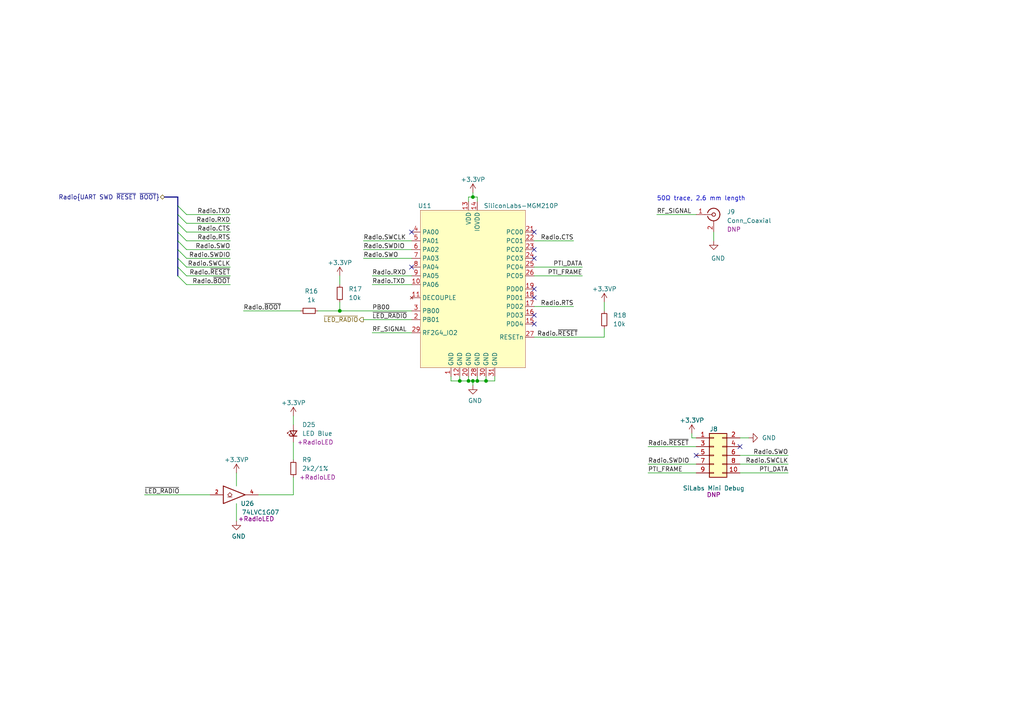
<source format=kicad_sch>
(kicad_sch (version 20211123) (generator eeschema)
  (paper "A4")
  (title_block (title "802.15.4 Radio (Zigbee/Thread)") (date "2022-11-06") (rev "1.3b") (company "Nabu Casa") (comment 1 "www.nabucasa.com") (comment 2 "Yellow"))
  (lib_symbols
    (symbol "74xGxx:74LVC1G07" (pin_names (offset 1.016))
      (property "Reference" "U" (at -2.54 3.81 0))
      (property "Value" "74LVC1G07" (at 0 -3.81 0))
      (symbol "74LVC1G07_0_1"
        (polyline (pts (xy -2.54 -0.635) (xy -1.27 -0.635)))
        (polyline (pts (xy -3.81 2.54) (xy -3.81 -2.54) (xy 2.54 0) (xy -3.81 2.54)) (stroke (width 0.254)))
        (polyline (pts (xy -1.905 0.635) (xy -2.54 0) (xy -1.905 -0.635) (xy -1.27 0) (xy -1.905 0.635)))
      )
      (symbol "74LVC1G07_1_1"
        (pin input line (at -7.62 0 0) (length 3.81) (name "~") (number "2"))
        (pin power_in line (at 0 -2.54 270) (length 0) hide (name "GND") (number "3"))
        (pin open_collector line (at 6.35 0 180) (length 3.81) (name "~") (number "4"))
        (pin power_in line (at 0 2.54 90) (length 0) hide (name "VCC") (number "5"))
      )
    )
    (symbol "Connector:Conn_Coaxial" (pin_names (offset 1.016) hide)
      (property "Reference" "J" (at 0.254 3.048 0))
      (property "Value" "Conn_Coaxial" (at 2.921 0 90))
      (symbol "Conn_Coaxial_0_1"
        (arc (start -1.778 -0.508) (mid 0.222 -1.808) (end 1.778 0) (stroke (width 0.254)))
        (polyline (pts (xy -2.54 0) (xy -0.508 0)))
        (polyline (pts (xy 0 -2.54) (xy 0 -1.778)))
        (circle (center 0 0) (radius 0.508) (stroke (width 0.2032)))
        (arc (start 1.778 0) (mid 0.222 1.8083) (end -1.778 0.508) (stroke (width 0.254)))
      )
      (symbol "Conn_Coaxial_1_1"
        (pin passive line (at -5.08 0 0) (length 2.54) (name "In") (number "1"))
        (pin passive line (at 0 -5.08 90) (length 2.54) (name "Ext") (number "2"))
      )
    )
    (symbol "Connector_Generic:Conn_02x05_Odd_Even" (pin_names (offset 1.016) hide)
      (property "Reference" "J" (at 1.27 7.62 0))
      (property "Value" "Conn_02x05_Odd_Even" (at 1.27 -7.62 0))
      (symbol "Conn_02x05_Odd_Even_1_1"
        (rectangle (start -1.27 -4.953) (end 0 -5.207) (stroke (width 0.1524)))
        (rectangle (start -1.27 -2.413) (end 0 -2.667) (stroke (width 0.1524)))
        (rectangle (start -1.27 0.127) (end 0 -0.127) (stroke (width 0.1524)))
        (rectangle (start -1.27 2.667) (end 0 2.413) (stroke (width 0.1524)))
        (rectangle (start -1.27 5.207) (end 0 4.953) (stroke (width 0.1524)))
        (rectangle (start -1.27 6.35) (end 3.81 -6.35) (stroke (width 0.254)) (fill (type background)))
        (rectangle (start 3.81 -4.953) (end 2.54 -5.207) (stroke (width 0.1524)))
        (rectangle (start 3.81 -2.413) (end 2.54 -2.667) (stroke (width 0.1524)))
        (rectangle (start 3.81 0.127) (end 2.54 -0.127) (stroke (width 0.1524)))
        (rectangle (start 3.81 2.667) (end 2.54 2.413) (stroke (width 0.1524)))
        (rectangle (start 3.81 5.207) (end 2.54 4.953) (stroke (width 0.1524)))
        (pin passive line (at -5.08 5.08 0) (length 3.81) (name "Pin_1") (number "1"))
        (pin passive line (at 7.62 -5.08 180) (length 3.81) (name "Pin_10") (number "10"))
        (pin passive line (at 7.62 5.08 180) (length 3.81) (name "Pin_2") (number "2"))
        (pin passive line (at -5.08 2.54 0) (length 3.81) (name "Pin_3") (number "3"))
        (pin passive line (at 7.62 2.54 180) (length 3.81) (name "Pin_4") (number "4"))
        (pin passive line (at -5.08 0 0) (length 3.81) (name "Pin_5") (number "5"))
        (pin passive line (at 7.62 0 180) (length 3.81) (name "Pin_6") (number "6"))
        (pin passive line (at -5.08 -2.54 0) (length 3.81) (name "Pin_7") (number "7"))
        (pin passive line (at 7.62 -2.54 180) (length 3.81) (name "Pin_8") (number "8"))
        (pin passive line (at -5.08 -5.08 0) (length 3.81) (name "Pin_9") (number "9"))
      )
    )
    (symbol "Device:LED_Small" (pin_numbers hide) (pin_names (offset 0.254) hide)
      (property "Reference" "D" (at -1.27 3.175 0))
      (property "Value" "LED_Small" (at -4.445 -2.54 0))
      (symbol "LED_Small_0_1"
        (polyline (pts (xy -0.762 -1.016) (xy -0.762 1.016)) (stroke (width 0.254)))
        (polyline (pts (xy 1.016 0) (xy -0.762 0)))
        (polyline (pts (xy 0.762 -1.016) (xy -0.762 0) (xy 0.762 1.016) (xy 0.762 -1.016)) (stroke (width 0.254)))
        (polyline (pts (xy 0 0.762) (xy -0.508 1.27) (xy -0.254 1.27) (xy -0.508 1.27) (xy -0.508 1.016)))
        (polyline (pts (xy 0.508 1.27) (xy 0 1.778) (xy 0.254 1.778) (xy 0 1.778) (xy 0 1.524)))
      )
      (symbol "LED_Small_1_1"
        (pin passive line (at -2.54 0 0) (length 1.778) (name "K") (number "1"))
        (pin passive line (at 2.54 0 180) (length 1.778) (name "A") (number "2"))
      )
    )
    (symbol "Device:R_Small" (pin_numbers hide) (pin_names (offset 0.254) hide)
      (property "Reference" "R" (at 0.762 0.508 0))
      (property "Value" "R_Small" (at 0.762 -1.016 0))
      (symbol "R_Small_0_1"
        (rectangle (start -0.762 1.778) (end 0.762 -1.778) (stroke (width 0.2032)))
      )
      (symbol "R_Small_1_1"
        (pin passive line (at 0 2.54 270) (length 0.762) (name "~") (number "1"))
        (pin passive line (at 0 -2.54 90) (length 0.762) (name "~") (number "2"))
      )
    )
    (symbol "Yellow:SiliconLabs-MGM210P"
      (property "Reference" "U" (at -13.97 24.13 0))
      (property "Value" "SiliconLabs-MGM210P" (at 19.05 -25.4 0))
      (symbol "SiliconLabs-MGM210P_0_1"
        (rectangle (start -15.24 22.86) (end 15.24 -22.86) (stroke (width 0.001)) (fill (type background)))
      )
      (symbol "SiliconLabs-MGM210P_1_1"
        (pin power_in line (at -6.35 -25.4 90) (length 2.54) (name "GND") (number "1"))
        (pin bidirectional line (at -17.78 1.27 0) (length 2.54) (name "PA06") (number "10"))
        (pin no_connect line (at -17.78 -2.54 0) (length 2.54) (name "DECOUPLE") (number "11"))
        (pin power_in line (at -3.81 -25.4 90) (length 2.54) (name "GND") (number "12"))
        (pin power_in line (at -1.27 25.4 270) (length 2.54) (name "VDD") (number "13"))
        (pin power_in line (at 1.27 25.4 270) (length 2.54) (name "IOVDD") (number "14"))
        (pin bidirectional line (at 17.78 -10.16 180) (length 2.54) (name "PD04") (number "15"))
        (pin bidirectional line (at 17.78 -7.62 180) (length 2.54) (name "PD03") (number "16"))
        (pin bidirectional line (at 17.78 -5.08 180) (length 2.54) (name "PD02") (number "17"))
        (pin bidirectional line (at 17.78 -2.54 180) (length 2.54) (name "PD01") (number "18"))
        (pin bidirectional line (at 17.78 0 180) (length 2.54) (name "PD00") (number "19"))
        (pin bidirectional line (at -17.78 -8.89 0) (length 2.54) (name "PB01") (number "2"))
        (pin power_in line (at -1.27 -25.4 90) (length 2.54) (name "GND") (number "20"))
        (pin bidirectional line (at 17.78 16.51 180) (length 2.54) (name "PC00") (number "21"))
        (pin bidirectional line (at 17.78 13.97 180) (length 2.54) (name "PC01") (number "22"))
        (pin bidirectional line (at 17.78 11.43 180) (length 2.54) (name "PC02") (number "23"))
        (pin bidirectional line (at 17.78 8.89 180) (length 2.54) (name "PC03") (number "24"))
        (pin bidirectional line (at 17.78 6.35 180) (length 2.54) (name "PC04") (number "25"))
        (pin bidirectional line (at 17.78 3.81 180) (length 2.54) (name "PC05") (number "26"))
        (pin bidirectional line (at 17.78 -13.97 180) (length 2.54) (name "RESETn") (number "27"))
        (pin power_in line (at 1.27 -25.4 90) (length 2.54) (name "GND") (number "28"))
        (pin input line (at -17.78 -12.7 0) (length 2.54) (name "RF2G4_IO2") (number "29"))
        (pin bidirectional line (at -17.78 -6.35 0) (length 2.54) (name "PB00") (number "3"))
        (pin power_in line (at 3.81 -25.4 90) (length 2.54) (name "GND") (number "30"))
        (pin power_in line (at 6.35 -25.4 90) (length 2.54) (name "GND") (number "31"))
        (pin bidirectional line (at -17.78 16.51 0) (length 2.54) (name "PA00") (number "4"))
        (pin bidirectional line (at -17.78 13.97 0) (length 2.54) (name "PA01") (number "5"))
        (pin bidirectional line (at -17.78 11.43 0) (length 2.54) (name "PA02") (number "6"))
        (pin bidirectional line (at -17.78 8.89 0) (length 2.54) (name "PA03") (number "7"))
        (pin bidirectional line (at -17.78 6.35 0) (length 2.54) (name "PA04") (number "8"))
        (pin bidirectional line (at -17.78 3.81 0) (length 2.54) (name "PA05") (number "9"))
      )
    )
    (symbol "power:+3.3VP" (power) (pin_names (offset 0))
      (property "Value" "+3.3VP" (at 0 2.54 0))
      (symbol "+3.3VP_0_0"
        (pin power_in line (at 0 0 90) (length 0) hide (name "+3.3VP") (number "1"))
      )
      (symbol "+3.3VP_0_1"
        (polyline (pts (xy -0.762 1.27) (xy 0 2.54)))
        (polyline (pts (xy 0 0) (xy 0 2.54)))
        (polyline (pts (xy 0 2.54) (xy 0.762 1.27)))
      )
    )
    (symbol "power:GND" (power) (pin_names (offset 0))
      (property "Value" "GND" (at 0 -3.81 0))
      (symbol "GND_0_1"
        (polyline (pts (xy 0 0) (xy 0 -1.27) (xy 1.27 -1.27) (xy 0 -2.54) (xy -1.27 -1.27) (xy 0 -1.27)))
      )
      (symbol "GND_1_1"
        (pin power_in line (at 0 0 270) (length 0) hide (name "GND") (number "1"))
      )
    )
  )
  (bus_alias "SWD" (members "SWDIO" "SWCLK" "SWO"))
  (junction (at 135.89 110.49) (diameter 0.9144))
  (junction (at 98.552 90.17) (diameter 0.9144))
  (junction (at 137.16 57.15) (diameter 0.9144))
  (junction (at 137.16 110.49) (diameter 0.9144))
  (junction (at 133.35 110.49) (diameter 0.9144))
  (junction (at 138.43 110.49) (diameter 0.9144))
  (junction (at 140.97 110.49) (diameter 0.9144))
  (no_connect (at 119.38 77.47))
  (no_connect (at 214.63 129.54))
  (no_connect (at 201.93 132.08))
  (no_connect (at 154.94 67.31))
  (no_connect (at 119.38 67.31))
  (no_connect (at 154.94 72.39))
  (no_connect (at 154.94 83.82))
  (no_connect (at 154.94 86.36))
  (no_connect (at 154.94 91.44))
  (no_connect (at 154.94 93.98))
  (no_connect (at 154.94 74.93))
  (bus_entry (at 51.562 72.39) (size 2.54 2.54) (stroke (width 0.1524)))
  (bus_entry (at 51.562 74.93) (size 2.54 2.54) (stroke (width 0.1524)))
  (bus_entry (at 51.562 69.85) (size 2.54 2.54) (stroke (width 0.1524)))
  (bus_entry (at 51.562 64.77) (size 2.54 2.54) (stroke (width 0.1524)))
  (bus_entry (at 51.562 80.01) (size 2.54 2.54) (stroke (width 0.1524)))
  (bus_entry (at 51.562 59.69) (size 2.54 2.54) (stroke (width 0.1524)))
  (bus_entry (at 51.562 77.47) (size 2.54 2.54) (stroke (width 0.1524)))
  (bus_entry (at 51.562 67.31) (size 2.54 2.54) (stroke (width 0.1524)))
  (bus_entry (at 51.562 62.23) (size 2.54 2.54) (stroke (width 0.1524)))
  (wire (pts (xy 74.93 143.51) (xy 85.09 143.51)))
  (wire (pts (xy 68.58 137.16) (xy 68.58 140.97)))
  (wire (pts (xy 98.552 90.17) (xy 119.38 90.17)))
  (wire (pts (xy 200.66 127) (xy 201.93 127)))
  (wire (pts (xy 138.43 110.49) (xy 138.43 109.22)))
  (wire (pts (xy 200.66 125.73) (xy 200.66 127)))
  (wire (pts (xy 135.89 109.22) (xy 135.89 110.49)))
  (wire (pts (xy 137.16 110.49) (xy 138.43 110.49)))
  (wire (pts (xy 41.91 143.51) (xy 60.96 143.51)))
  (wire (pts (xy 85.09 128.27) (xy 85.09 133.35)))
  (wire (pts (xy 137.16 57.15) (xy 138.43 57.15)))
  (wire (pts (xy 143.51 110.49) (xy 143.51 109.22)))
  (wire (pts (xy 54.102 74.93) (xy 66.802 74.93)))
  (wire (pts (xy 133.35 109.22) (xy 133.35 110.49)))
  (wire (pts (xy 187.96 129.54) (xy 201.93 129.54)))
  (wire (pts (xy 54.102 67.31) (xy 66.802 67.31)))
  (wire (pts (xy 137.16 57.15) (xy 135.89 57.15)))
  (wire (pts (xy 187.96 137.16) (xy 201.93 137.16)))
  (wire (pts (xy 175.26 87.63) (xy 175.26 90.17)))
  (wire (pts (xy 138.43 57.15) (xy 138.43 58.42)))
  (wire (pts (xy 107.95 80.01) (xy 119.38 80.01)))
  (wire (pts (xy 107.95 96.52) (xy 119.38 96.52)))
  (wire (pts (xy 105.41 69.85) (xy 119.38 69.85)))
  (wire (pts (xy 154.94 88.9) (xy 166.37 88.9)))
  (wire (pts (xy 137.16 111.76) (xy 137.16 110.49)))
  (wire (pts (xy 70.612 90.17) (xy 87.122 90.17)))
  (wire (pts (xy 135.89 57.15) (xy 135.89 58.42)))
  (wire (pts (xy 54.102 69.85) (xy 66.802 69.85)))
  (wire (pts (xy 138.43 110.49) (xy 140.97 110.49)))
  (bus (pts (xy 47.752 57.15) (xy 51.562 57.15)))
  (wire (pts (xy 105.41 72.39) (xy 119.38 72.39)))
  (wire (pts (xy 187.96 134.62) (xy 201.93 134.62)))
  (wire (pts (xy 54.102 77.47) (xy 66.802 77.47)))
  (wire (pts (xy 168.91 80.01) (xy 154.94 80.01)))
  (wire (pts (xy 54.102 80.01) (xy 66.802 80.01)))
  (wire (pts (xy 140.97 110.49) (xy 140.97 109.22)))
  (wire (pts (xy 85.09 120.65) (xy 85.09 123.19)))
  (wire (pts (xy 137.16 110.49) (xy 135.89 110.49)))
  (wire (pts (xy 137.16 55.88) (xy 137.16 57.15)))
  (wire (pts (xy 107.95 82.55) (xy 119.38 82.55)))
  (wire (pts (xy 54.102 64.77) (xy 66.802 64.77)))
  (wire (pts (xy 68.58 146.05) (xy 68.58 151.13)))
  (wire (pts (xy 105.41 74.93) (xy 119.38 74.93)))
  (wire (pts (xy 85.09 138.43) (xy 85.09 143.51)))
  (wire (pts (xy 130.81 110.49) (xy 130.81 109.22)))
  (wire (pts (xy 140.97 110.49) (xy 143.51 110.49)))
  (wire (pts (xy 98.552 87.63) (xy 98.552 90.17)))
  (wire (pts (xy 207.01 67.31) (xy 207.01 69.85)))
  (wire (pts (xy 214.63 127) (xy 217.17 127)))
  (wire (pts (xy 168.91 77.47) (xy 154.94 77.47)))
  (wire (pts (xy 133.35 110.49) (xy 130.81 110.49)))
  (wire (pts (xy 154.94 69.85) (xy 166.37 69.85)))
  (bus (pts (xy 51.562 77.47) (xy 51.562 80.01)))
  (bus (pts (xy 51.562 72.39) (xy 51.562 74.93)))
  (bus (pts (xy 51.562 74.93) (xy 51.562 77.47)))
  (bus (pts (xy 51.562 69.85) (xy 51.562 72.39)))
  (bus (pts (xy 51.562 64.77) (xy 51.562 67.31)))
  (bus (pts (xy 51.562 62.23) (xy 51.562 64.77)))
  (bus (pts (xy 51.562 67.31) (xy 51.562 69.85)))
  (bus (pts (xy 51.562 57.15) (xy 51.562 59.69)))
  (bus (pts (xy 51.562 59.69) (xy 51.562 62.23)))
  (wire (pts (xy 105.41 92.71) (xy 119.38 92.71)))
  (wire (pts (xy 54.102 62.23) (xy 66.802 62.23)))
  (wire (pts (xy 228.6 132.08) (xy 214.63 132.08)))
  (wire (pts (xy 175.26 95.25) (xy 175.26 97.79)))
  (wire (pts (xy 228.6 137.16) (xy 214.63 137.16)))
  (wire (pts (xy 154.94 97.79) (xy 175.26 97.79)))
  (wire (pts (xy 228.6 134.62) (xy 214.63 134.62)))
  (wire (pts (xy 54.102 82.55) (xy 66.802 82.55)))
  (wire (pts (xy 54.102 72.39) (xy 66.802 72.39)))
  (wire (pts (xy 98.552 80.01) (xy 98.552 82.55)))
  (wire (pts (xy 92.202 90.17) (xy 98.552 90.17)))
  (wire (pts (xy 190.5 62.23) (xy 201.93 62.23)))
  (wire (pts (xy 135.89 110.49) (xy 133.35 110.49)))
  (text "50Ω trace, 2.6 mm length" (at 190.5 58.42 0) (effects (font (size 1.27 1.27)) (justify left bottom)))
  (label "Radio.SWCLK" (at 105.41 69.85 0))
  (label "Radio.SWDIO" (at 66.802 74.93 180))
  (label "Radio.SWO" (at 105.41 74.93 0))
  (label "Radio.~{RESET}" (at 66.802 80.01 180))
  (label "Radio.CTS" (at 166.37 69.85 180))
  (label "PTI_DATA" (at 228.6 137.16 180))
  (label "Radio.RXD" (at 66.802 64.77 180))
  (label "Radio.TXD" (at 66.802 62.23 180))
  (label "Radio.SWDIO" (at 187.96 134.62 0))
  (label "~{LED_RADIO}" (at 107.95 92.71 0))
  (label "Radio.SWDIO" (at 105.41 72.39 0))
  (label "PTI_FRAME" (at 168.91 80.01 180))
  (label "PTI_DATA" (at 168.91 77.47 180))
  (label "Radio.~{BOOT}" (at 66.802 82.55 180))
  (label "Radio.~{RESET}" (at 187.96 129.54 0))
  (label "RF_SIGNAL" (at 190.5 62.23 0))
  (label "Radio.SWO" (at 66.802 72.39 180))
  (label "RF_SIGNAL" (at 107.95 96.52 0))
  (label "Radio.SWO" (at 228.6 132.08 180))
  (label "Radio.SWCLK" (at 66.802 77.47 180))
  (label "Radio.RXD" (at 107.95 80.01 0))
  (label "Radio.RTS" (at 66.802 69.85 180))
  (label "Radio.TXD" (at 107.95 82.55 0))
  (label "Radio.RTS" (at 166.37 88.9 180))
  (label "Radio.SWCLK" (at 228.6 134.62 180))
  (label "Radio.~{BOOT}" (at 70.612 90.17 0))
  (label "Radio.CTS" (at 66.802 67.31 180))
  (label "PTI_FRAME" (at 187.96 137.16 0))
  (label "~{LED_RADIO}" (at 41.91 143.51 0))
  (label "PB00" (at 107.95 90.17 0))
  (label "Radio.~{RESET}" (at 167.64 97.79 180))
  (hierarchical_label "Radio{UART SWD ~{RESET} ~{BOOT}}" (shape bidirectional) (at 47.752 57.15 180))
  (hierarchical_label "~{LED_RADIO}" (shape output) (at 105.41 92.71 180))
  (symbol (lib_id "power:+3.3VP") (at 175.26 87.63 0) (unit 1)
    (property "Reference" "#PWR0136" (effects hide))
    (property "Value" "+3.3VP" (at 171.704 83.82 0) (effects (justify left)))
  )
  (symbol (lib_id "power:+3.3VP") (at 98.552 80.01 0) (unit 1)
    (property "Reference" "#PWR0143" (effects hide))
    (property "Value" "+3.3VP" (at 94.996 76.2 0) (effects (justify left)))
  )
  (symbol (lib_id "Device:R_Small") (at 98.552 85.09 180) (unit 1)
    (property "Reference" "R17" (at 101.092 83.82 0) (effects (justify right)))
    (property "Value" "10k" (at 101.092 86.36 0) (effects (justify right)))
    (property "Footprint" "Resistor_SMD:R_0402_1005Metric" (effects hide))
  )
  (symbol (lib_id "Device:LED_Small") (at 85.09 125.73 90) (unit 1)
    (property "Reference" "D25" (at 87.63 123.19 90) (effects (justify right)))
    (property "Value" "LED Blue" (at 87.63 125.73 90) (effects (justify right)))
    (property "Footprint" "LED_SMD:LED_0603_1608Metric" (effects hide))
    (property "Datasheet" "https://datasheet.lcsc.com/lcsc/1810101813_Everlight-Elec-19-213-Y2C-CQ2R2L-3T-CY_C72038.pdf" (effects hide))
    (property "Manufacturer" "Everlight Elec" (effects hide))
    (property "PartNumber" "19-217/BHC-ZL1M2RY/3T" (effects hide))
    (property "Config" "+RadioLED" (at 91.44 128.27 90))
  )
  (symbol (lib_id "74xGxx:74LVC1G07") (at 68.58 143.51 0) (unit 1)
    (property "Reference" "U26" (at 71.755 146.05 0))
    (property "Value" "74LVC1G07" (at 75.565 148.59 0))
    (property "Footprint" "Package_TO_SOT_SMD:SOT-23-5" (effects hide))
    (property "Datasheet" "https://www.ti.com/lit/sg/scyt129g/scyt129g.pdf" (effects hide))
    (property "Manufacturer" "Texas Instruments" (effects hide))
    (property "PartNumber" "SN74LVC1G07DBV" (effects hide))
    (property "Config" "+RadioLED" (at 74.295 150.495 0))
  )
  (symbol (lib_id "Device:R_Small") (at 175.26 92.71 180) (unit 1)
    (property "Reference" "R18" (at 177.8 91.44 0) (effects (justify right)))
    (property "Value" "10k" (at 177.8 93.98 0) (effects (justify right)))
    (property "Footprint" "Resistor_SMD:R_0402_1005Metric" (effects hide))
  )
  (symbol (lib_id "Device:R_Small") (at 89.662 90.17 90) (unit 1)
    (property "Reference" "R16" (at 90.297 84.455 90))
    (property "Value" "1k" (at 90.297 86.995 90))
    (property "Footprint" "Resistor_SMD:R_0402_1005Metric" (effects hide))
  )
  (symbol (lib_id "power:+3.3VP") (at 85.09 120.65 0) (unit 1)
    (property "Reference" "#PWR0140" (effects hide))
    (property "Value" "+3.3VP" (at 81.534 116.84 0) (effects (justify left)))
  )
  (symbol (lib_id "power:GND") (at 68.58 151.13 0) (unit 1)
    (property "Reference" "#PWR0211" (effects hide))
    (property "Value" "GND" (at 69.215 155.575 0))
  )
  (symbol (lib_id "power:+3.3VP") (at 137.16 55.88 0) (unit 1)
    (property "Reference" "#PWR0120" (effects hide))
    (property "Value" "+3.3VP" (at 133.604 52.07 0) (effects (justify left)))
  )
  (symbol (lib_id "power:GND") (at 207.01 69.85 0) (unit 1)
    (property "Reference" "#PWR061" (effects hide))
    (property "Value" "GND" (at 208.28 74.93 0))
  )
  (symbol (lib_id "Connector_Generic:Conn_02x05_Odd_Even") (at 207.01 132.08 0) (unit 1)
    (property "Reference" "J8" (at 207.01 124.46 0))
    (property "Value" "SiLabs Mini Debug" (at 207.01 141.605 0))
    (property "Footprint" "Connector_PinHeader_1.27mm:PinHeader_2x05_P1.27mm_Vertical" (effects hide))
    (property "Config" "DNP" (at 207.01 143.51 0))
  )
  (symbol (lib_id "power:GND") (at 217.17 127 90) (unit 1)
    (property "Reference" "#PWR057" (effects hide))
    (property "Value" "GND" (at 220.98 127 90) (effects (justify right)))
  )
  (symbol (lib_id "Yellow:SiliconLabs-MGM210P") (at 137.16 83.82 0) (unit 1)
    (property "Reference" "U11" (at 123.19 59.69 0))
    (property "Value" "SiliconLabs-MGM210P" (at 151.13 59.69 0))
    (property "Footprint" "Yellow:SiliconLabs_MGM210P" (effects hide))
    (property "Datasheet" "https://www.silabs.com/documents/public/data-sheets/mgm210p-datasheet.pdf" (effects hide))
    (property "Manufacturer" "Silicon Laboratories" (effects hide))
    (property "PartNumber" "MGM210PA32JIA2" (effects hide))
  )
  (symbol (lib_id "Connector:Conn_Coaxial") (at 207.01 62.23 0) (unit 1)
    (property "Reference" "J9" (at 210.82 61.4552 0) (effects (justify left)))
    (property "Value" "Conn_Coaxial" (at 210.82 63.9952 0) (effects (justify left)))
    (property "Footprint" "Connector_Coaxial:U.FL_Hirose_U.FL-R-SMT-1_Vertical" (effects hide))
    (property "Datasheet" " ~" (effects hide))
    (property "Manufacturer" "Linx Technologies" (effects hide))
    (property "PartNumber" "CONUFL001-SMD-T" (effects hide))
    (property "Config" "DNP" (at 210.82 66.5352 0) (effects (justify left)))
  )
  (symbol (lib_id "Device:R_Small") (at 85.09 135.89 0) (unit 1)
    (property "Reference" "R9" (at 87.63 133.35 0) (effects (justify left)))
    (property "Value" "2k2/1%" (at 87.63 135.89 0) (effects (justify left)))
    (property "Footprint" "Resistor_SMD:R_0402_1005Metric" (effects hide))
    (property "Config" "+RadioLED" (at 92.075 138.43 0))
  )
  (symbol (lib_id "power:+3.3VP") (at 200.66 125.73 0) (unit 1)
    (property "Reference" "#PWR0138" (effects hide))
    (property "Value" "+3.3VP" (at 197.104 121.92 0) (effects (justify left)))
  )
  (symbol (lib_id "power:GND") (at 137.16 111.76 0) (unit 1)
    (property "Reference" "#PWR059" (effects hide))
    (property "Value" "GND" (at 137.795 116.205 0))
  )
  (symbol (lib_id "power:+3.3VP") (at 68.58 137.16 0) (unit 1)
    (property "Reference" "#PWR0142" (effects hide))
    (property "Value" "+3.3VP" (at 65.024 133.35 0) (effects (justify left)))
  )
)
</source>
